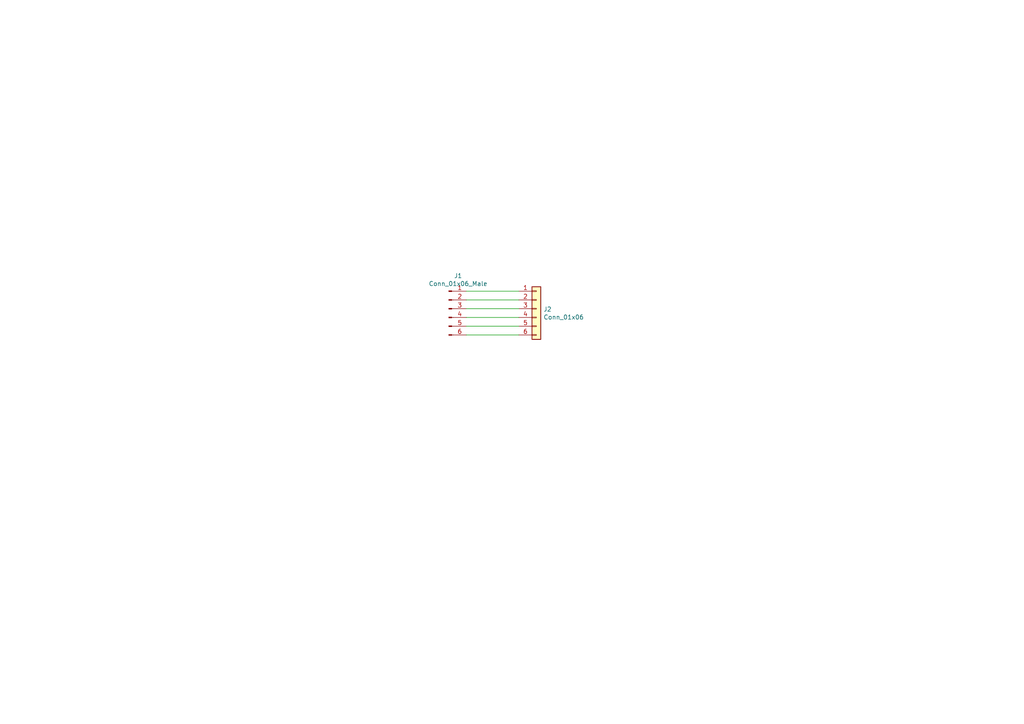
<source format=kicad_sch>
(kicad_sch (version 20201015) (generator eeschema)
  (paper "A4")
  (lib_symbols
    (symbol "Connector:Conn_01x06_Male" (pin_names (offset 1.016) hide)
      (property "Reference" "J" (at 0 7.62 0))
      (property "Value" "Conn_01x06_Male" (at 0 -10.16 0))
      (symbol "Conn_01x06_Male_1_1"
        (rectangle (start 0.8636 -7.493) (end 0 -7.747) (stroke (width 0.1524)) (fill (type outline)))
        (rectangle (start 0.8636 -4.953) (end 0 -5.207) (stroke (width 0.1524)) (fill (type outline)))
        (rectangle (start 0.8636 -2.413) (end 0 -2.667) (stroke (width 0.1524)) (fill (type outline)))
        (rectangle (start 0.8636 0.127) (end 0 -0.127) (stroke (width 0.1524)) (fill (type outline)))
        (rectangle (start 0.8636 2.667) (end 0 2.413) (stroke (width 0.1524)) (fill (type outline)))
        (rectangle (start 0.8636 5.207) (end 0 4.953) (stroke (width 0.1524)) (fill (type outline)))
        (polyline (pts (xy 1.27 -7.62) (xy 0.8636 -7.62)) (stroke (width 0.1524)))
        (polyline (pts (xy 1.27 -5.08) (xy 0.8636 -5.08)) (stroke (width 0.1524)))
        (polyline (pts (xy 1.27 -2.54) (xy 0.8636 -2.54)) (stroke (width 0.1524)))
        (polyline (pts (xy 1.27 0) (xy 0.8636 0)) (stroke (width 0.1524)))
        (polyline (pts (xy 1.27 2.54) (xy 0.8636 2.54)) (stroke (width 0.1524)))
        (polyline (pts (xy 1.27 5.08) (xy 0.8636 5.08)) (stroke (width 0.1524)))
        (pin passive line (at 5.08 5.08 180) (length 3.81) (name "Pin_1") (number "1"))
        (pin passive line (at 5.08 2.54 180) (length 3.81) (name "Pin_2") (number "2"))
        (pin passive line (at 5.08 0 180) (length 3.81) (name "Pin_3") (number "3"))
        (pin passive line (at 5.08 -2.54 180) (length 3.81) (name "Pin_4") (number "4"))
        (pin passive line (at 5.08 -5.08 180) (length 3.81) (name "Pin_5") (number "5"))
        (pin passive line (at 5.08 -7.62 180) (length 3.81) (name "Pin_6") (number "6"))
      )
    )
    (symbol "Connector_Generic:Conn_01x06" (pin_names (offset 1.016) hide)
      (property "Reference" "J" (at 0 7.62 0))
      (property "Value" "Conn_01x06" (at 0 -10.16 0))
      (symbol "Conn_01x06_1_1"
        (rectangle (start -1.27 -4.953) (end 0 -5.207) (stroke (width 0.1524)))
        (rectangle (start -1.27 -7.493) (end 0 -7.747) (stroke (width 0.1524)))
        (rectangle (start -1.27 -2.413) (end 0 -2.667) (stroke (width 0.1524)))
        (rectangle (start -1.27 2.667) (end 0 2.413) (stroke (width 0.1524)))
        (rectangle (start -1.27 5.207) (end 0 4.953) (stroke (width 0.1524)))
        (rectangle (start -1.27 6.35) (end 1.27 -8.89) (stroke (width 0.254)) (fill (type background)))
        (rectangle (start -1.27 0.127) (end 0 -0.127) (stroke (width 0.1524)))
        (pin passive line (at -5.08 5.08 0) (length 3.81) (name "Pin_1") (number "1"))
        (pin passive line (at -5.08 2.54 0) (length 3.81) (name "Pin_2") (number "2"))
        (pin passive line (at -5.08 0 0) (length 3.81) (name "Pin_3") (number "3"))
        (pin passive line (at -5.08 -2.54 0) (length 3.81) (name "Pin_4") (number "4"))
        (pin passive line (at -5.08 -5.08 0) (length 3.81) (name "Pin_5") (number "5"))
        (pin passive line (at -5.08 -7.62 0) (length 3.81) (name "Pin_6") (number "6"))
      )
    )
  )
  (wire (pts (xy 135.255 84.455) (xy 150.495 84.455)))
  (wire (pts (xy 135.255 86.995) (xy 150.495 86.995)))
  (wire (pts (xy 135.255 89.535) (xy 150.495 89.535)))
  (wire (pts (xy 135.255 92.075) (xy 150.495 92.075)))
  (wire (pts (xy 135.255 94.615) (xy 150.495 94.615)))
  (wire (pts (xy 135.255 97.155) (xy 150.495 97.155)))
  (symbol (lib_id "Connector:Conn_01x06_Male") (at 130.175 89.535 0) (unit 1)
    (property "Reference" "J1" (at 132.8674 79.9908 0))
    (property "Value" "Conn_01x06_Male" (at 132.8674 82.2895 0))
    (property "Footprint" "Connector_JST:JST_EH_S6B-EH_1x06_P2.50mm_Horizontal" (effects hide))
  )
  (symbol (lib_id "Connector_Generic:Conn_01x06") (at 155.575 89.535 0) (unit 1)
    (property "Reference" "J2" (at 157.6071 89.7064 0) (effects (justify left)))
    (property "Value" "Conn_01x06" (at 157.6071 92.0051 0) (effects (justify left)))
    (property "Footprint" "Connector_PinHeader_2.54mm:PinHeader_1x06_P2.54mm_Vertical" (effects hide))
  )
)
</source>
